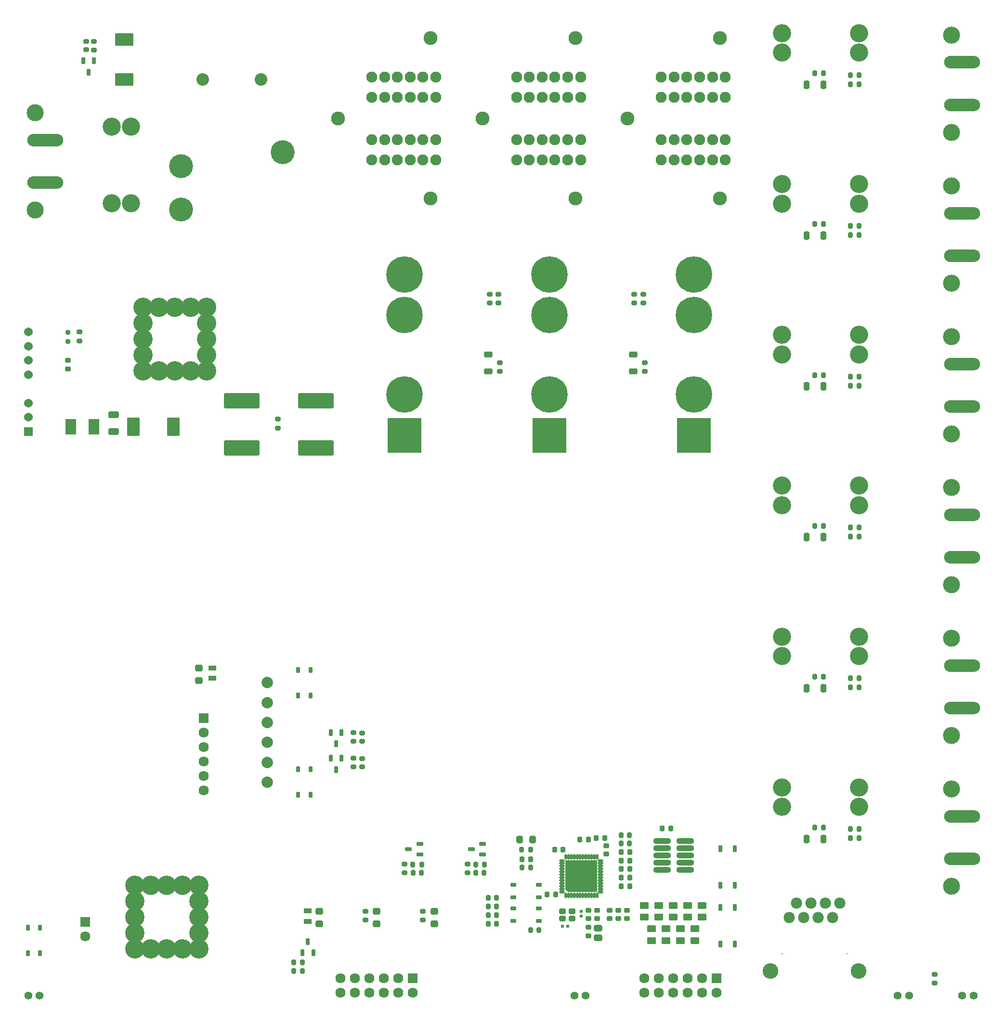
<source format=gts>
G04*
G04 #@! TF.GenerationSoftware,Altium Limited,Altium Designer,22.9.1 (49)*
G04*
G04 Layer_Color=8388736*
%FSLAX25Y25*%
%MOIN*%
G70*
G04*
G04 #@! TF.SameCoordinates,1352E451-E4B0-43B6-A2DF-F84851EB9EC6*
G04*
G04*
G04 #@! TF.FilePolarity,Negative*
G04*
G01*
G75*
G04:AMPARAMS|DCode=19|XSize=32.28mil|YSize=38.58mil|CornerRadius=8.23mil|HoleSize=0mil|Usage=FLASHONLY|Rotation=270.000|XOffset=0mil|YOffset=0mil|HoleType=Round|Shape=RoundedRectangle|*
%AMROUNDEDRECTD19*
21,1,0.03228,0.02212,0,0,270.0*
21,1,0.01582,0.03858,0,0,270.0*
1,1,0.01647,-0.01106,-0.00791*
1,1,0.01647,-0.01106,0.00791*
1,1,0.01647,0.01106,0.00791*
1,1,0.01647,0.01106,-0.00791*
%
%ADD19ROUNDEDRECTD19*%
G04:AMPARAMS|DCode=20|XSize=34.25mil|YSize=38.19mil|CornerRadius=8.73mil|HoleSize=0mil|Usage=FLASHONLY|Rotation=0.000|XOffset=0mil|YOffset=0mil|HoleType=Round|Shape=RoundedRectangle|*
%AMROUNDEDRECTD20*
21,1,0.03425,0.02072,0,0,0.0*
21,1,0.01678,0.03819,0,0,0.0*
1,1,0.01747,0.00839,-0.01036*
1,1,0.01747,-0.00839,-0.01036*
1,1,0.01747,-0.00839,0.01036*
1,1,0.01747,0.00839,0.01036*
%
%ADD20ROUNDEDRECTD20*%
G04:AMPARAMS|DCode=21|XSize=31.89mil|YSize=38.58mil|CornerRadius=7.81mil|HoleSize=0mil|Usage=FLASHONLY|Rotation=180.000|XOffset=0mil|YOffset=0mil|HoleType=Round|Shape=RoundedRectangle|*
%AMROUNDEDRECTD21*
21,1,0.03189,0.02296,0,0,180.0*
21,1,0.01626,0.03858,0,0,180.0*
1,1,0.01563,-0.00813,0.01148*
1,1,0.01563,0.00813,0.01148*
1,1,0.01563,0.00813,-0.01148*
1,1,0.01563,-0.00813,-0.01148*
%
%ADD21ROUNDEDRECTD21*%
G04:AMPARAMS|DCode=22|XSize=49.21mil|YSize=24.41mil|CornerRadius=6.35mil|HoleSize=0mil|Usage=FLASHONLY|Rotation=270.000|XOffset=0mil|YOffset=0mil|HoleType=Round|Shape=RoundedRectangle|*
%AMROUNDEDRECTD22*
21,1,0.04921,0.01172,0,0,270.0*
21,1,0.03652,0.02441,0,0,270.0*
1,1,0.01269,-0.00586,-0.01826*
1,1,0.01269,-0.00586,0.01826*
1,1,0.01269,0.00586,0.01826*
1,1,0.01269,0.00586,-0.01826*
%
%ADD22ROUNDEDRECTD22*%
G04:AMPARAMS|DCode=23|XSize=45.28mil|YSize=51.18mil|CornerRadius=9.73mil|HoleSize=0mil|Usage=FLASHONLY|Rotation=180.000|XOffset=0mil|YOffset=0mil|HoleType=Round|Shape=RoundedRectangle|*
%AMROUNDEDRECTD23*
21,1,0.04528,0.03171,0,0,180.0*
21,1,0.02581,0.05118,0,0,180.0*
1,1,0.01947,-0.01290,0.01586*
1,1,0.01947,0.01290,0.01586*
1,1,0.01947,0.01290,-0.01586*
1,1,0.01947,-0.01290,-0.01586*
%
%ADD23ROUNDEDRECTD23*%
G04:AMPARAMS|DCode=24|XSize=32.28mil|YSize=38.58mil|CornerRadius=8.23mil|HoleSize=0mil|Usage=FLASHONLY|Rotation=180.000|XOffset=0mil|YOffset=0mil|HoleType=Round|Shape=RoundedRectangle|*
%AMROUNDEDRECTD24*
21,1,0.03228,0.02212,0,0,180.0*
21,1,0.01582,0.03858,0,0,180.0*
1,1,0.01647,-0.00791,0.01106*
1,1,0.01647,0.00791,0.01106*
1,1,0.01647,0.00791,-0.01106*
1,1,0.01647,-0.00791,-0.01106*
%
%ADD24ROUNDEDRECTD24*%
G04:AMPARAMS|DCode=25|XSize=41.34mil|YSize=57.09mil|CornerRadius=9.92mil|HoleSize=0mil|Usage=FLASHONLY|Rotation=180.000|XOffset=0mil|YOffset=0mil|HoleType=Round|Shape=RoundedRectangle|*
%AMROUNDEDRECTD25*
21,1,0.04134,0.03724,0,0,180.0*
21,1,0.02150,0.05709,0,0,180.0*
1,1,0.01984,-0.01075,0.01862*
1,1,0.01984,0.01075,0.01862*
1,1,0.01984,0.01075,-0.01862*
1,1,0.01984,-0.01075,-0.01862*
%
%ADD25ROUNDEDRECTD25*%
G04:AMPARAMS|DCode=26|XSize=106.3mil|YSize=244.1mil|CornerRadius=5.32mil|HoleSize=0mil|Usage=FLASHONLY|Rotation=90.000|XOffset=0mil|YOffset=0mil|HoleType=Round|Shape=RoundedRectangle|*
%AMROUNDEDRECTD26*
21,1,0.10630,0.23346,0,0,90.0*
21,1,0.09567,0.24410,0,0,90.0*
1,1,0.01063,0.11673,0.04784*
1,1,0.01063,0.11673,-0.04784*
1,1,0.01063,-0.11673,-0.04784*
1,1,0.01063,-0.11673,0.04784*
%
%ADD26ROUNDEDRECTD26*%
G04:AMPARAMS|DCode=27|XSize=31.89mil|YSize=38.58mil|CornerRadius=7.81mil|HoleSize=0mil|Usage=FLASHONLY|Rotation=270.000|XOffset=0mil|YOffset=0mil|HoleType=Round|Shape=RoundedRectangle|*
%AMROUNDEDRECTD27*
21,1,0.03189,0.02296,0,0,270.0*
21,1,0.01626,0.03858,0,0,270.0*
1,1,0.01563,-0.01148,-0.00813*
1,1,0.01563,-0.01148,0.00813*
1,1,0.01563,0.01148,0.00813*
1,1,0.01563,0.01148,-0.00813*
%
%ADD27ROUNDEDRECTD27*%
G04:AMPARAMS|DCode=28|XSize=49.21mil|YSize=24.41mil|CornerRadius=6.35mil|HoleSize=0mil|Usage=FLASHONLY|Rotation=0.000|XOffset=0mil|YOffset=0mil|HoleType=Round|Shape=RoundedRectangle|*
%AMROUNDEDRECTD28*
21,1,0.04921,0.01172,0,0,0.0*
21,1,0.03652,0.02441,0,0,0.0*
1,1,0.01269,0.01826,-0.00586*
1,1,0.01269,-0.01826,-0.00586*
1,1,0.01269,-0.01826,0.00586*
1,1,0.01269,0.01826,0.00586*
%
%ADD28ROUNDEDRECTD28*%
G04:AMPARAMS|DCode=29|XSize=49.61mil|YSize=24.02mil|CornerRadius=5.88mil|HoleSize=0mil|Usage=FLASHONLY|Rotation=90.000|XOffset=0mil|YOffset=0mil|HoleType=Round|Shape=RoundedRectangle|*
%AMROUNDEDRECTD29*
21,1,0.04961,0.01225,0,0,90.0*
21,1,0.03784,0.02402,0,0,90.0*
1,1,0.01177,0.00612,0.01892*
1,1,0.01177,0.00612,-0.01892*
1,1,0.01177,-0.00612,-0.01892*
1,1,0.01177,-0.00612,0.01892*
%
%ADD29ROUNDEDRECTD29*%
G04:AMPARAMS|DCode=30|XSize=36.22mil|YSize=55.91mil|CornerRadius=9.06mil|HoleSize=0mil|Usage=FLASHONLY|Rotation=270.000|XOffset=0mil|YOffset=0mil|HoleType=Round|Shape=RoundedRectangle|*
%AMROUNDEDRECTD30*
21,1,0.03622,0.03780,0,0,270.0*
21,1,0.01811,0.05591,0,0,270.0*
1,1,0.01811,-0.01890,-0.00906*
1,1,0.01811,-0.01890,0.00906*
1,1,0.01811,0.01890,0.00906*
1,1,0.01811,0.01890,-0.00906*
%
%ADD30ROUNDEDRECTD30*%
G04:AMPARAMS|DCode=31|XSize=86.61mil|YSize=129.13mil|CornerRadius=9.96mil|HoleSize=0mil|Usage=FLASHONLY|Rotation=90.000|XOffset=0mil|YOffset=0mil|HoleType=Round|Shape=RoundedRectangle|*
%AMROUNDEDRECTD31*
21,1,0.08661,0.10921,0,0,90.0*
21,1,0.06669,0.12913,0,0,90.0*
1,1,0.01992,0.05461,0.03335*
1,1,0.01992,0.05461,-0.03335*
1,1,0.01992,-0.05461,-0.03335*
1,1,0.01992,-0.05461,0.03335*
%
%ADD31ROUNDEDRECTD31*%
G04:AMPARAMS|DCode=32|XSize=45.28mil|YSize=51.18mil|CornerRadius=9.73mil|HoleSize=0mil|Usage=FLASHONLY|Rotation=90.000|XOffset=0mil|YOffset=0mil|HoleType=Round|Shape=RoundedRectangle|*
%AMROUNDEDRECTD32*
21,1,0.04528,0.03171,0,0,90.0*
21,1,0.02581,0.05118,0,0,90.0*
1,1,0.01947,0.01586,0.01290*
1,1,0.01947,0.01586,-0.01290*
1,1,0.01947,-0.01586,-0.01290*
1,1,0.01947,-0.01586,0.01290*
%
%ADD32ROUNDEDRECTD32*%
G04:AMPARAMS|DCode=33|XSize=41.34mil|YSize=57.09mil|CornerRadius=9.92mil|HoleSize=0mil|Usage=FLASHONLY|Rotation=270.000|XOffset=0mil|YOffset=0mil|HoleType=Round|Shape=RoundedRectangle|*
%AMROUNDEDRECTD33*
21,1,0.04134,0.03724,0,0,270.0*
21,1,0.02150,0.05709,0,0,270.0*
1,1,0.01984,-0.01862,-0.01075*
1,1,0.01984,-0.01862,0.01075*
1,1,0.01984,0.01862,0.01075*
1,1,0.01984,0.01862,-0.01075*
%
%ADD33ROUNDEDRECTD33*%
G04:AMPARAMS|DCode=34|XSize=34.65mil|YSize=38.19mil|CornerRadius=8.66mil|HoleSize=0mil|Usage=FLASHONLY|Rotation=90.000|XOffset=0mil|YOffset=0mil|HoleType=Round|Shape=RoundedRectangle|*
%AMROUNDEDRECTD34*
21,1,0.03465,0.02087,0,0,90.0*
21,1,0.01732,0.03819,0,0,90.0*
1,1,0.01732,0.01043,0.00866*
1,1,0.01732,0.01043,-0.00866*
1,1,0.01732,-0.01043,-0.00866*
1,1,0.01732,-0.01043,0.00866*
%
%ADD34ROUNDEDRECTD34*%
G04:AMPARAMS|DCode=35|XSize=39.37mil|YSize=29.53mil|CornerRadius=7.53mil|HoleSize=0mil|Usage=FLASHONLY|Rotation=180.000|XOffset=0mil|YOffset=0mil|HoleType=Round|Shape=RoundedRectangle|*
%AMROUNDEDRECTD35*
21,1,0.03937,0.01447,0,0,180.0*
21,1,0.02431,0.02953,0,0,180.0*
1,1,0.01506,-0.01216,0.00723*
1,1,0.01506,0.01216,0.00723*
1,1,0.01506,0.01216,-0.00723*
1,1,0.01506,-0.01216,-0.00723*
%
%ADD35ROUNDEDRECTD35*%
G04:AMPARAMS|DCode=38|XSize=34.25mil|YSize=38.19mil|CornerRadius=8.73mil|HoleSize=0mil|Usage=FLASHONLY|Rotation=270.000|XOffset=0mil|YOffset=0mil|HoleType=Round|Shape=RoundedRectangle|*
%AMROUNDEDRECTD38*
21,1,0.03425,0.02072,0,0,270.0*
21,1,0.01678,0.03819,0,0,270.0*
1,1,0.01747,-0.01036,-0.00839*
1,1,0.01747,-0.01036,0.00839*
1,1,0.01747,0.01036,0.00839*
1,1,0.01747,0.01036,-0.00839*
%
%ADD38ROUNDEDRECTD38*%
G04:AMPARAMS|DCode=39|XSize=86.61mil|YSize=129.13mil|CornerRadius=9.96mil|HoleSize=0mil|Usage=FLASHONLY|Rotation=180.000|XOffset=0mil|YOffset=0mil|HoleType=Round|Shape=RoundedRectangle|*
%AMROUNDEDRECTD39*
21,1,0.08661,0.10921,0,0,180.0*
21,1,0.06669,0.12913,0,0,180.0*
1,1,0.01992,-0.03335,0.05461*
1,1,0.01992,0.03335,0.05461*
1,1,0.01992,0.03335,-0.05461*
1,1,0.01992,-0.03335,-0.05461*
%
%ADD39ROUNDEDRECTD39*%
%ADD40R,0.07800X0.11000*%
G04:AMPARAMS|DCode=41|XSize=23.23mil|YSize=22.84mil|CornerRadius=5.94mil|HoleSize=0mil|Usage=FLASHONLY|Rotation=180.000|XOffset=0mil|YOffset=0mil|HoleType=Round|Shape=RoundedRectangle|*
%AMROUNDEDRECTD41*
21,1,0.02323,0.01096,0,0,180.0*
21,1,0.01135,0.02284,0,0,180.0*
1,1,0.01187,-0.00568,0.00548*
1,1,0.01187,0.00568,0.00548*
1,1,0.01187,0.00568,-0.00548*
1,1,0.01187,-0.00568,-0.00548*
%
%ADD41ROUNDEDRECTD41*%
G04:AMPARAMS|DCode=42|XSize=39.37mil|YSize=47.24mil|CornerRadius=10.04mil|HoleSize=0mil|Usage=FLASHONLY|Rotation=90.000|XOffset=0mil|YOffset=0mil|HoleType=Round|Shape=RoundedRectangle|*
%AMROUNDEDRECTD42*
21,1,0.03937,0.02717,0,0,90.0*
21,1,0.01929,0.04724,0,0,90.0*
1,1,0.02008,0.01358,0.00965*
1,1,0.02008,0.01358,-0.00965*
1,1,0.02008,-0.01358,-0.00965*
1,1,0.02008,-0.01358,0.00965*
%
%ADD42ROUNDEDRECTD42*%
G04:AMPARAMS|DCode=44|XSize=23.23mil|YSize=22.84mil|CornerRadius=5.94mil|HoleSize=0mil|Usage=FLASHONLY|Rotation=90.000|XOffset=0mil|YOffset=0mil|HoleType=Round|Shape=RoundedRectangle|*
%AMROUNDEDRECTD44*
21,1,0.02323,0.01096,0,0,90.0*
21,1,0.01135,0.02284,0,0,90.0*
1,1,0.01187,0.00548,0.00568*
1,1,0.01187,0.00548,-0.00568*
1,1,0.01187,-0.00548,-0.00568*
1,1,0.01187,-0.00548,0.00568*
%
%ADD44ROUNDEDRECTD44*%
G04:AMPARAMS|DCode=45|XSize=43.7mil|YSize=57.87mil|CornerRadius=9.83mil|HoleSize=0mil|Usage=FLASHONLY|Rotation=90.000|XOffset=0mil|YOffset=0mil|HoleType=Round|Shape=RoundedRectangle|*
%AMROUNDEDRECTD45*
21,1,0.04370,0.03821,0,0,90.0*
21,1,0.02404,0.05787,0,0,90.0*
1,1,0.01967,0.01910,0.01202*
1,1,0.01967,0.01910,-0.01202*
1,1,0.01967,-0.01910,-0.01202*
1,1,0.01967,-0.01910,0.01202*
%
%ADD45ROUNDEDRECTD45*%
G04:AMPARAMS|DCode=46|XSize=31.5mil|YSize=31.5mil|CornerRadius=7.87mil|HoleSize=0mil|Usage=FLASHONLY|Rotation=270.000|XOffset=0mil|YOffset=0mil|HoleType=Round|Shape=RoundedRectangle|*
%AMROUNDEDRECTD46*
21,1,0.03150,0.01575,0,0,270.0*
21,1,0.01575,0.03150,0,0,270.0*
1,1,0.01575,-0.00787,-0.00787*
1,1,0.01575,-0.00787,0.00787*
1,1,0.01575,0.00787,0.00787*
1,1,0.01575,0.00787,-0.00787*
%
%ADD46ROUNDEDRECTD46*%
G04:AMPARAMS|DCode=47|XSize=45.67mil|YSize=71.65mil|CornerRadius=9.82mil|HoleSize=0mil|Usage=FLASHONLY|Rotation=90.000|XOffset=0mil|YOffset=0mil|HoleType=Round|Shape=RoundedRectangle|*
%AMROUNDEDRECTD47*
21,1,0.04567,0.05202,0,0,90.0*
21,1,0.02603,0.07165,0,0,90.0*
1,1,0.01964,0.02601,0.01302*
1,1,0.01964,0.02601,-0.01302*
1,1,0.01964,-0.02601,-0.01302*
1,1,0.01964,-0.02601,0.01302*
%
%ADD47ROUNDEDRECTD47*%
G04:AMPARAMS|DCode=48|XSize=39.37mil|YSize=29.53mil|CornerRadius=7.53mil|HoleSize=0mil|Usage=FLASHONLY|Rotation=90.000|XOffset=0mil|YOffset=0mil|HoleType=Round|Shape=RoundedRectangle|*
%AMROUNDEDRECTD48*
21,1,0.03937,0.01447,0,0,90.0*
21,1,0.02431,0.02953,0,0,90.0*
1,1,0.01506,0.00723,0.01216*
1,1,0.01506,0.00723,-0.01216*
1,1,0.01506,-0.00723,-0.01216*
1,1,0.01506,-0.00723,0.01216*
%
%ADD48ROUNDEDRECTD48*%
G04:AMPARAMS|DCode=50|XSize=59.06mil|YSize=49.21mil|CornerRadius=5.41mil|HoleSize=0mil|Usage=FLASHONLY|Rotation=180.000|XOffset=0mil|YOffset=0mil|HoleType=Round|Shape=RoundedRectangle|*
%AMROUNDEDRECTD50*
21,1,0.05906,0.03839,0,0,180.0*
21,1,0.04823,0.04921,0,0,180.0*
1,1,0.01083,-0.02411,0.01919*
1,1,0.01083,0.02411,0.01919*
1,1,0.01083,0.02411,-0.01919*
1,1,0.01083,-0.02411,-0.01919*
%
%ADD50ROUNDEDRECTD50*%
G04:AMPARAMS|DCode=51|XSize=37.92mil|YSize=18.63mil|CornerRadius=6.76mil|HoleSize=0mil|Usage=FLASHONLY|Rotation=270.000|XOffset=0mil|YOffset=0mil|HoleType=Round|Shape=RoundedRectangle|*
%AMROUNDEDRECTD51*
21,1,0.03792,0.00510,0,0,270.0*
21,1,0.02439,0.01863,0,0,270.0*
1,1,0.01353,-0.00255,-0.01220*
1,1,0.01353,-0.00255,0.01220*
1,1,0.01353,0.00255,0.01220*
1,1,0.01353,0.00255,-0.01220*
%
%ADD51ROUNDEDRECTD51*%
G04:AMPARAMS|DCode=52|XSize=37.92mil|YSize=18.63mil|CornerRadius=6.76mil|HoleSize=0mil|Usage=FLASHONLY|Rotation=0.000|XOffset=0mil|YOffset=0mil|HoleType=Round|Shape=RoundedRectangle|*
%AMROUNDEDRECTD52*
21,1,0.03792,0.00510,0,0,0.0*
21,1,0.02439,0.01863,0,0,0.0*
1,1,0.01353,0.01220,-0.00255*
1,1,0.01353,-0.01220,-0.00255*
1,1,0.01353,-0.01220,0.00255*
1,1,0.01353,0.01220,0.00255*
%
%ADD52ROUNDEDRECTD52*%
G04:AMPARAMS|DCode=53|XSize=37.13mil|YSize=117.84mil|CornerRadius=11.28mil|HoleSize=0mil|Usage=FLASHONLY|Rotation=270.000|XOffset=0mil|YOffset=0mil|HoleType=Round|Shape=RoundedRectangle|*
%AMROUNDEDRECTD53*
21,1,0.03713,0.09528,0,0,270.0*
21,1,0.01457,0.11784,0,0,270.0*
1,1,0.02257,-0.04764,-0.00728*
1,1,0.02257,-0.04764,0.00728*
1,1,0.02257,0.04764,0.00728*
1,1,0.02257,0.04764,-0.00728*
%
%ADD53ROUNDEDRECTD53*%
%ADD54R,0.07060X0.07060*%
%ADD55C,0.07060*%
%ADD56C,0.12611*%
G04:AMPARAMS|DCode=57|XSize=250.13mil|YSize=86.74mil|CornerRadius=43.37mil|HoleSize=0mil|Usage=FLASHONLY|Rotation=0.000|XOffset=0mil|YOffset=0mil|HoleType=Round|Shape=RoundedRectangle|*
%AMROUNDEDRECTD57*
21,1,0.25013,0.00000,0,0,0.0*
21,1,0.16339,0.08674,0,0,0.0*
1,1,0.08674,0.08169,0.00000*
1,1,0.08674,-0.08169,0.00000*
1,1,0.08674,-0.08169,0.00000*
1,1,0.08674,0.08169,0.00000*
%
%ADD57ROUNDEDRECTD57*%
%ADD58C,0.11811*%
%ADD59C,0.07800*%
%ADD60C,0.10800*%
%ADD61C,0.00800*%
%ADD62C,0.16548*%
%ADD63C,0.08674*%
%ADD64C,0.25210*%
%ADD65R,0.23635X0.24422*%
%ADD66R,0.06064X0.06064*%
%ADD67C,0.06064*%
%ADD68C,0.07887*%
%ADD69R,0.07060X0.07060*%
%ADD70C,0.05524*%
%ADD71C,0.07690*%
%ADD72C,0.09646*%
%ADD73C,0.13398*%
G36*
X411988Y86398D02*
X411981Y86305D01*
X411959Y86215D01*
X411924Y86129D01*
X411876Y86050D01*
X411815Y85980D01*
X411745Y85920D01*
X411666Y85871D01*
X411580Y85836D01*
X411490Y85814D01*
X391909Y85807D01*
X389941Y87775D01*
Y107264D01*
X389948Y107356D01*
X389970Y107446D01*
X390005Y107532D01*
X390054Y107611D01*
X390114Y107681D01*
X390184Y107742D01*
X390263Y107790D01*
X390349Y107826D01*
X390439Y107847D01*
X411398Y107854D01*
X411490Y107847D01*
X411580Y107826D01*
X411666Y107790D01*
X411745Y107742D01*
X411815Y107681D01*
X411876Y107611D01*
X411924Y107532D01*
X411959Y107446D01*
X411981Y107356D01*
X411988Y107264D01*
Y86398D01*
D02*
G37*
D19*
X645669Y22786D02*
D03*
Y28888D02*
D03*
X190852Y413083D02*
D03*
Y406981D02*
D03*
X278615Y105338D02*
D03*
Y99236D02*
D03*
X322029Y105338D02*
D03*
Y99236D02*
D03*
X243103Y196240D02*
D03*
Y190137D02*
D03*
Y178524D02*
D03*
Y172421D02*
D03*
X63632Y674658D02*
D03*
Y668556D02*
D03*
X291250Y72621D02*
D03*
Y66519D02*
D03*
X251450Y72621D02*
D03*
Y66519D02*
D03*
X444782Y446126D02*
D03*
Y452228D02*
D03*
X344621Y446126D02*
D03*
Y452228D02*
D03*
X53524Y473409D02*
D03*
Y467307D02*
D03*
D20*
X417180Y123138D02*
D03*
X411274D02*
D03*
X428524Y113563D02*
D03*
X434429D02*
D03*
X399980Y122102D02*
D03*
X405886D02*
D03*
X382366Y115155D02*
D03*
X388272D02*
D03*
X383051Y84134D02*
D03*
X377146D02*
D03*
X365767Y108622D02*
D03*
X359861D02*
D03*
X456957Y129705D02*
D03*
X462863D02*
D03*
X434429Y101752D02*
D03*
X428524D02*
D03*
X434429Y95846D02*
D03*
X428524D02*
D03*
X434429Y89941D02*
D03*
X428524D02*
D03*
X434429Y107657D02*
D03*
X428524D02*
D03*
D21*
X428406Y119445D02*
D03*
X434232D02*
D03*
X428406Y125318D02*
D03*
X434232D02*
D03*
X587317Y442496D02*
D03*
X593144D02*
D03*
Y436295D02*
D03*
X587317D02*
D03*
X593144Y540645D02*
D03*
X587317D02*
D03*
Y546846D02*
D03*
X593144D02*
D03*
X587317Y338145D02*
D03*
X593144D02*
D03*
Y331944D02*
D03*
X587317D02*
D03*
Y233795D02*
D03*
X593144D02*
D03*
Y227594D02*
D03*
X587317D02*
D03*
Y129444D02*
D03*
X593144D02*
D03*
Y123243D02*
D03*
X587317D02*
D03*
X290190Y99137D02*
D03*
X284363D02*
D03*
X333604D02*
D03*
X327777D02*
D03*
X201850Y31083D02*
D03*
X207677D02*
D03*
X336437Y69836D02*
D03*
X342264D02*
D03*
X336437Y75862D02*
D03*
X342264D02*
D03*
Y63811D02*
D03*
X336437D02*
D03*
X342264Y81888D02*
D03*
X336437D02*
D03*
X593144Y644996D02*
D03*
X587317D02*
D03*
X365767Y59652D02*
D03*
X371594D02*
D03*
X365728Y102814D02*
D03*
X359901D02*
D03*
X593144Y651197D02*
D03*
X587317D02*
D03*
D22*
X59892Y653300D02*
D03*
X56152Y661174D02*
D03*
X63632D02*
D03*
X234921Y178524D02*
D03*
X227441D02*
D03*
X231181Y170650D02*
D03*
X234921Y196240D02*
D03*
X227441D02*
D03*
X231181Y188366D02*
D03*
X207909Y43758D02*
D03*
X215390D02*
D03*
X211650Y51632D02*
D03*
D23*
X358230Y122265D02*
D03*
X367088D02*
D03*
D24*
X359625Y115019D02*
D03*
X365728D02*
D03*
X562480Y443677D02*
D03*
X568583D02*
D03*
X562480Y548027D02*
D03*
X568583D02*
D03*
X562480Y130625D02*
D03*
X568583D02*
D03*
X562480Y234976D02*
D03*
X568583D02*
D03*
X562480Y339326D02*
D03*
X568583D02*
D03*
X290426Y104944D02*
D03*
X284324D02*
D03*
X333840D02*
D03*
X327738D02*
D03*
X201807Y37086D02*
D03*
X207909D02*
D03*
X568583Y652378D02*
D03*
X562480D02*
D03*
D25*
X556850Y435704D02*
D03*
X568583D02*
D03*
X556850Y540055D02*
D03*
X568583D02*
D03*
X556850Y122653D02*
D03*
X568583D02*
D03*
X556850Y227003D02*
D03*
X568583D02*
D03*
X556850Y331354D02*
D03*
X568583D02*
D03*
Y644405D02*
D03*
X556850D02*
D03*
D26*
X217335Y393163D02*
D03*
Y425841D02*
D03*
X165790Y425841D02*
D03*
Y393163D02*
D03*
D27*
X343619Y493563D02*
D03*
Y499390D02*
D03*
X337418D02*
D03*
Y493563D02*
D03*
X443780D02*
D03*
Y499390D02*
D03*
X437579D02*
D03*
Y493563D02*
D03*
X249095Y190118D02*
D03*
Y195944D02*
D03*
Y172401D02*
D03*
Y178228D02*
D03*
X58105Y674658D02*
D03*
Y668832D02*
D03*
D28*
X289146Y111736D02*
D03*
Y119216D02*
D03*
X281272Y115476D02*
D03*
X332561Y111736D02*
D03*
Y119216D02*
D03*
X324687Y115476D02*
D03*
D29*
X507342Y75285D02*
D03*
X497342D02*
D03*
Y49891D02*
D03*
X507342D02*
D03*
Y115947D02*
D03*
X497342D02*
D03*
Y90553D02*
D03*
X507342D02*
D03*
D30*
X211650Y65594D02*
D03*
Y72720D02*
D03*
X145417Y240898D02*
D03*
Y233772D02*
D03*
D31*
X84429Y675709D02*
D03*
Y648307D02*
D03*
D32*
X219425Y72621D02*
D03*
Y63763D02*
D03*
X259225Y72621D02*
D03*
Y63763D02*
D03*
X299025Y72621D02*
D03*
Y63763D02*
D03*
X136201Y232028D02*
D03*
Y240886D02*
D03*
D33*
X436810Y446126D02*
D03*
Y457858D02*
D03*
X336649Y446126D02*
D03*
Y457858D02*
D03*
D34*
X405886Y61398D02*
D03*
Y55531D02*
D03*
D35*
X371618Y74472D02*
D03*
X353902D02*
D03*
X371618Y66007D02*
D03*
X353902D02*
D03*
Y82290D02*
D03*
X371618D02*
D03*
X353902Y90754D02*
D03*
X371618D02*
D03*
D38*
X405886Y67400D02*
D03*
Y73306D02*
D03*
X426552D02*
D03*
Y67400D02*
D03*
X432527Y73306D02*
D03*
Y67400D02*
D03*
X420578Y73306D02*
D03*
Y67400D02*
D03*
X45650Y447819D02*
D03*
Y453724D02*
D03*
X411860Y73306D02*
D03*
Y67400D02*
D03*
X418287Y112087D02*
D03*
Y117992D02*
D03*
D39*
X91004Y407854D02*
D03*
X118405D02*
D03*
D40*
X47624D02*
D03*
X63624D02*
D03*
D41*
X387878Y62063D02*
D03*
X391461D02*
D03*
D42*
X387878Y72576D02*
D03*
Y67458D02*
D03*
X394571D02*
D03*
Y72576D02*
D03*
D44*
X400915Y72635D02*
D03*
Y69052D02*
D03*
D45*
X412628Y60945D02*
D03*
Y54252D02*
D03*
D46*
X45650Y466909D02*
D03*
Y473209D02*
D03*
D47*
X77146Y416126D02*
D03*
Y404512D02*
D03*
D48*
X204882Y239590D02*
D03*
Y221873D02*
D03*
X213346Y239590D02*
D03*
Y221873D02*
D03*
X204882Y170733D02*
D03*
Y153016D02*
D03*
X213346Y170733D02*
D03*
Y153016D02*
D03*
X26260Y43392D02*
D03*
Y61108D02*
D03*
X17795Y43392D02*
D03*
Y61108D02*
D03*
D50*
X484469Y68435D02*
D03*
Y76505D02*
D03*
X474445Y68458D02*
D03*
Y76529D02*
D03*
X464445Y68458D02*
D03*
Y76529D02*
D03*
X454468Y68435D02*
D03*
Y76505D02*
D03*
X444468Y68435D02*
D03*
Y76505D02*
D03*
X479481Y52343D02*
D03*
Y60414D02*
D03*
X469449Y52343D02*
D03*
Y60414D02*
D03*
X459481Y52343D02*
D03*
Y60414D02*
D03*
X449481Y52343D02*
D03*
Y60414D02*
D03*
D51*
X390138Y83504D02*
D03*
X392106D02*
D03*
X394075D02*
D03*
X396043D02*
D03*
X398012D02*
D03*
X399980D02*
D03*
X401949D02*
D03*
X403917D02*
D03*
X405886D02*
D03*
X407854D02*
D03*
X409823D02*
D03*
X411791D02*
D03*
Y110157D02*
D03*
X409823D02*
D03*
X407854D02*
D03*
X405886D02*
D03*
X403917D02*
D03*
X401949D02*
D03*
X399980D02*
D03*
X398012D02*
D03*
X396043D02*
D03*
X394075D02*
D03*
X392106D02*
D03*
X390138D02*
D03*
D52*
X414291Y86004D02*
D03*
Y87972D02*
D03*
Y89941D02*
D03*
Y91909D02*
D03*
Y93878D02*
D03*
Y95846D02*
D03*
Y97815D02*
D03*
Y99783D02*
D03*
Y101752D02*
D03*
Y103720D02*
D03*
Y105689D02*
D03*
Y107657D02*
D03*
X387638D02*
D03*
Y105689D02*
D03*
Y103720D02*
D03*
Y101752D02*
D03*
Y99783D02*
D03*
Y97815D02*
D03*
Y95846D02*
D03*
Y93878D02*
D03*
Y91909D02*
D03*
Y89941D02*
D03*
Y87972D02*
D03*
Y86004D02*
D03*
D53*
X472969Y116194D02*
D03*
X456946D02*
D03*
X472969Y121194D02*
D03*
X456946D02*
D03*
X472969Y101194D02*
D03*
X456946D02*
D03*
X472969Y106194D02*
D03*
X456946D02*
D03*
X472969Y111194D02*
D03*
X456946D02*
D03*
D54*
X57461Y65118D02*
D03*
X139413Y206240D02*
D03*
D55*
X57461Y55118D02*
D03*
X139413Y196240D02*
D03*
Y186240D02*
D03*
Y176240D02*
D03*
Y166240D02*
D03*
Y156240D02*
D03*
X494468Y16261D02*
D03*
X484469Y26261D02*
D03*
Y16261D02*
D03*
X474469Y26261D02*
D03*
Y16261D02*
D03*
X464468Y26261D02*
D03*
Y16261D02*
D03*
X454468Y26261D02*
D03*
Y16261D02*
D03*
X444468Y26261D02*
D03*
Y16261D02*
D03*
X284284D02*
D03*
X274284Y26261D02*
D03*
Y16261D02*
D03*
X264284Y26261D02*
D03*
Y16261D02*
D03*
X254284Y26261D02*
D03*
Y16261D02*
D03*
X244284Y26261D02*
D03*
Y16261D02*
D03*
X234284Y26261D02*
D03*
Y16261D02*
D03*
D56*
X539994Y158330D02*
D03*
Y144944D02*
D03*
X593144D02*
D03*
Y158330D02*
D03*
Y367031D02*
D03*
Y353645D02*
D03*
X539994D02*
D03*
Y367031D02*
D03*
X593144Y262680D02*
D03*
Y249295D02*
D03*
X539994D02*
D03*
Y262680D02*
D03*
X593144Y471382D02*
D03*
Y457996D02*
D03*
X539994D02*
D03*
Y471382D02*
D03*
X593144Y575732D02*
D03*
Y562346D02*
D03*
X539994D02*
D03*
Y575732D02*
D03*
X75886Y615531D02*
D03*
X89272D02*
D03*
Y562382D02*
D03*
X75886D02*
D03*
X539994Y680083D02*
D03*
Y666697D02*
D03*
X593144D02*
D03*
Y680083D02*
D03*
D57*
X664363Y346972D02*
D03*
Y317484D02*
D03*
Y451323D02*
D03*
Y421834D02*
D03*
Y242621D02*
D03*
Y213133D02*
D03*
Y138271D02*
D03*
Y108783D02*
D03*
Y555673D02*
D03*
Y526185D02*
D03*
X29901Y606220D02*
D03*
Y576732D02*
D03*
X664363Y630535D02*
D03*
Y660023D02*
D03*
D58*
X657257Y365869D02*
D03*
Y298586D02*
D03*
Y470220D02*
D03*
Y402937D02*
D03*
Y261519D02*
D03*
Y194236D02*
D03*
Y157168D02*
D03*
Y89885D02*
D03*
Y574571D02*
D03*
Y507287D02*
D03*
X22795Y625118D02*
D03*
Y557835D02*
D03*
X657257Y611638D02*
D03*
Y678921D02*
D03*
D59*
X544773Y68022D02*
D03*
X549773Y78022D02*
D03*
X554773Y68022D02*
D03*
X559773Y78022D02*
D03*
X564773Y68022D02*
D03*
X569773Y78022D02*
D03*
X574773Y68022D02*
D03*
X579773Y78022D02*
D03*
D60*
X531781Y31014D02*
D03*
X592765D02*
D03*
D61*
X584773Y43022D02*
D03*
X539773D02*
D03*
D62*
X123996Y588071D02*
D03*
Y558149D02*
D03*
X194075Y597913D02*
D03*
D63*
X138957Y648307D02*
D03*
X179114D02*
D03*
D64*
X278493Y513106D02*
D03*
Y485036D02*
D03*
Y430036D02*
D03*
X378848D02*
D03*
Y485036D02*
D03*
Y513106D02*
D03*
X479008Y430036D02*
D03*
Y485036D02*
D03*
Y513106D02*
D03*
D65*
X278493Y401965D02*
D03*
X378848D02*
D03*
X479008D02*
D03*
D66*
X18090Y404512D02*
D03*
D67*
Y414354D02*
D03*
Y424197D02*
D03*
Y443882D02*
D03*
Y453724D02*
D03*
Y463567D02*
D03*
Y473409D02*
D03*
D68*
X183445Y161791D02*
D03*
Y175571D02*
D03*
Y189350D02*
D03*
Y203130D02*
D03*
Y216909D02*
D03*
Y230689D02*
D03*
D69*
X494468Y26261D02*
D03*
X284284D02*
D03*
D70*
X627718Y14153D02*
D03*
X619844D02*
D03*
X396043D02*
D03*
X403917D02*
D03*
X672419D02*
D03*
X664545D02*
D03*
X25964D02*
D03*
X18090D02*
D03*
D71*
X456280Y592673D02*
D03*
Y606453D02*
D03*
X465138Y592673D02*
D03*
Y606453D02*
D03*
X473996Y592673D02*
D03*
Y606453D02*
D03*
X482854Y592673D02*
D03*
Y606453D02*
D03*
X491713Y592673D02*
D03*
Y606453D02*
D03*
X500571Y592673D02*
D03*
Y606453D02*
D03*
X456280Y635980D02*
D03*
Y649760D02*
D03*
X465138Y635980D02*
D03*
Y649760D02*
D03*
X473996Y635980D02*
D03*
Y649760D02*
D03*
X482854Y635980D02*
D03*
Y649760D02*
D03*
X491713Y635980D02*
D03*
Y649760D02*
D03*
X500571Y635980D02*
D03*
Y649760D02*
D03*
X356053Y592673D02*
D03*
Y606453D02*
D03*
X364911Y592673D02*
D03*
Y606453D02*
D03*
X373770Y592673D02*
D03*
Y606453D02*
D03*
X382628Y592673D02*
D03*
Y606453D02*
D03*
X391486Y592673D02*
D03*
Y606453D02*
D03*
X400345Y592673D02*
D03*
Y606453D02*
D03*
X356053Y635980D02*
D03*
Y649760D02*
D03*
X364911Y635980D02*
D03*
Y649760D02*
D03*
X373770Y635980D02*
D03*
Y649760D02*
D03*
X382628Y635980D02*
D03*
Y649760D02*
D03*
X391486Y635980D02*
D03*
Y649760D02*
D03*
X400345Y635980D02*
D03*
Y649760D02*
D03*
X300118D02*
D03*
Y635980D02*
D03*
X291260Y649760D02*
D03*
Y635980D02*
D03*
X282401Y649760D02*
D03*
Y635980D02*
D03*
X273543Y649760D02*
D03*
Y635980D02*
D03*
X264685Y649760D02*
D03*
Y635980D02*
D03*
X255827Y649760D02*
D03*
Y635980D02*
D03*
X300118Y606453D02*
D03*
Y592673D02*
D03*
X291260Y606453D02*
D03*
Y592673D02*
D03*
X282401Y606453D02*
D03*
Y592673D02*
D03*
X273543Y606453D02*
D03*
Y592673D02*
D03*
X264685Y606453D02*
D03*
Y592673D02*
D03*
X255827Y606453D02*
D03*
Y592673D02*
D03*
D72*
X496909Y565705D02*
D03*
Y676728D02*
D03*
X432815Y621216D02*
D03*
X396683Y565705D02*
D03*
Y676728D02*
D03*
X332589Y621216D02*
D03*
X232362D02*
D03*
X296457Y676728D02*
D03*
Y565705D02*
D03*
D73*
X91932Y90611D02*
D03*
X102955D02*
D03*
X113979D02*
D03*
X125003D02*
D03*
X136026D02*
D03*
Y79588D02*
D03*
Y68564D02*
D03*
Y57540D02*
D03*
Y46517D02*
D03*
X125003D02*
D03*
X113979D02*
D03*
X102955D02*
D03*
X91932D02*
D03*
Y57540D02*
D03*
Y68564D02*
D03*
Y79588D02*
D03*
X97539Y490551D02*
D03*
X108563D02*
D03*
X119587D02*
D03*
X130610D02*
D03*
X141634D02*
D03*
Y479528D02*
D03*
Y468504D02*
D03*
Y457480D02*
D03*
Y446457D02*
D03*
X130610D02*
D03*
X119587D02*
D03*
X108563D02*
D03*
X97539D02*
D03*
Y457480D02*
D03*
Y468504D02*
D03*
Y479528D02*
D03*
M02*

</source>
